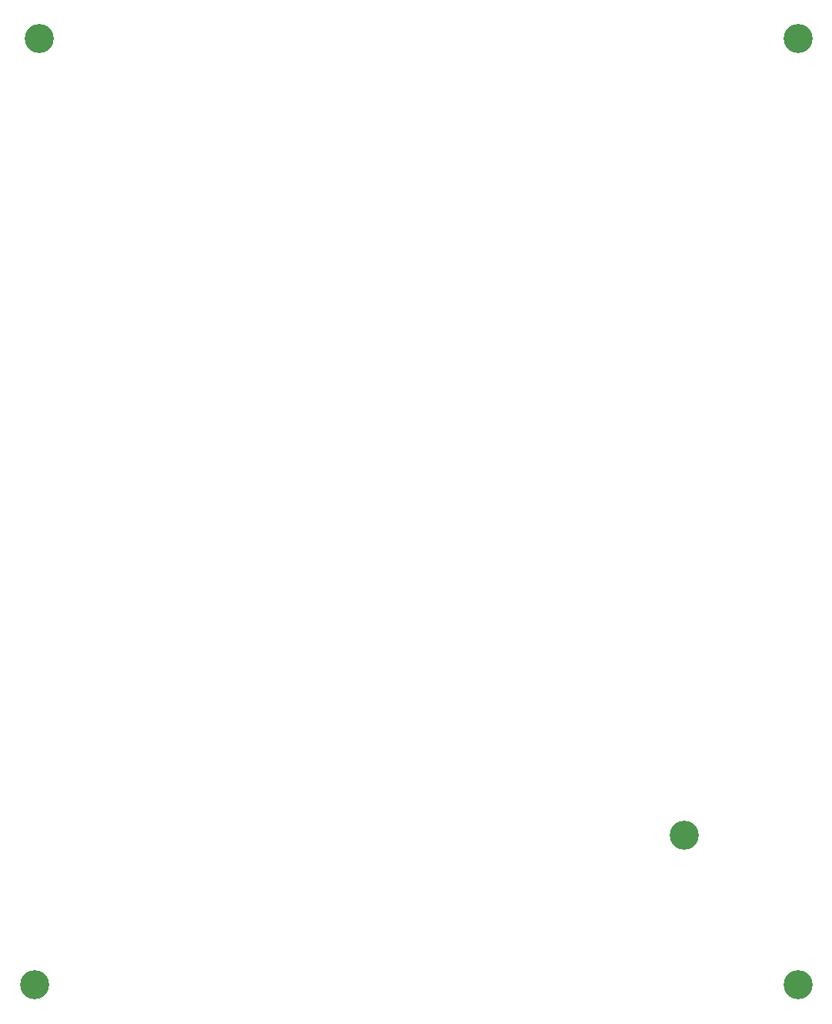
<source format=gbr>
%TF.GenerationSoftware,KiCad,Pcbnew,9.0.0*%
%TF.CreationDate,2025-09-26T14:06:38-04:00*%
%TF.ProjectId,Design V3.0,44657369-676e-4205-9633-2e302e6b6963,rev?*%
%TF.SameCoordinates,Original*%
%TF.FileFunction,NonPlated,1,2,NPTH,Drill*%
%TF.FilePolarity,Positive*%
%FSLAX46Y46*%
G04 Gerber Fmt 4.6, Leading zero omitted, Abs format (unit mm)*
G04 Created by KiCad (PCBNEW 9.0.0) date 2025-09-26 14:06:38*
%MOMM*%
%LPD*%
G01*
G04 APERTURE LIST*
%TA.AperFunction,ComponentDrill*%
%ADD10C,3.200000*%
%TD*%
G04 APERTURE END LIST*
D10*
%TO.C,H4*%
X161500000Y-137500000D03*
%TO.C,H1*%
X162000000Y-33500000D03*
%TO.C,H5*%
X233000000Y-121000000D03*
%TO.C,H2*%
X245500000Y-33500000D03*
%TO.C,H3*%
X245500000Y-137500000D03*
M02*

</source>
